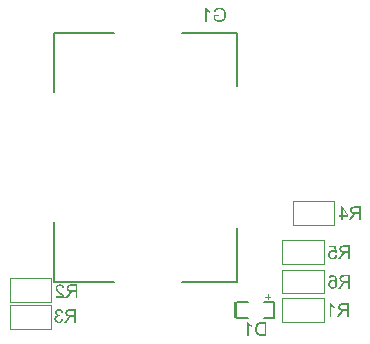
<source format=gbo>
G04 Layer_Color=32896*
%FSLAX25Y25*%
%MOIN*%
G70*
G01*
G75*
%ADD39C,0.00500*%
%ADD41C,0.00492*%
%ADD43C,0.00394*%
%ADD69R,0.01000X0.05512*%
G36*
X29134Y22835D02*
X28530D01*
Y24849D01*
X27756D01*
X27684Y24842D01*
X27632D01*
X27586Y24836D01*
X27553Y24829D01*
X27527D01*
X27514Y24822D01*
X27507D01*
X27402Y24790D01*
X27356Y24770D01*
X27317Y24750D01*
X27277Y24731D01*
X27251Y24717D01*
X27238Y24711D01*
X27231Y24704D01*
X27179Y24665D01*
X27127Y24619D01*
X27028Y24521D01*
X26982Y24475D01*
X26949Y24435D01*
X26930Y24409D01*
X26923Y24403D01*
X26858Y24311D01*
X26785Y24212D01*
X26713Y24107D01*
X26641Y24009D01*
X26582Y23917D01*
X26536Y23845D01*
X26516Y23819D01*
X26503Y23799D01*
X26490Y23786D01*
Y23779D01*
X25893Y22835D01*
X25145D01*
X25926Y24068D01*
X26018Y24199D01*
X26103Y24317D01*
X26188Y24416D01*
X26261Y24508D01*
X26326Y24573D01*
X26379Y24625D01*
X26412Y24658D01*
X26425Y24671D01*
X26477Y24711D01*
X26536Y24757D01*
X26654Y24829D01*
X26707Y24855D01*
X26746Y24881D01*
X26772Y24894D01*
X26785Y24901D01*
X26667Y24921D01*
X26556Y24940D01*
X26457Y24973D01*
X26359Y24999D01*
X26274Y25032D01*
X26195Y25072D01*
X26123Y25104D01*
X26057Y25137D01*
X26005Y25177D01*
X25952Y25209D01*
X25913Y25236D01*
X25880Y25262D01*
X25854Y25282D01*
X25834Y25301D01*
X25828Y25308D01*
X25821Y25314D01*
X25769Y25380D01*
X25716Y25446D01*
X25637Y25583D01*
X25585Y25721D01*
X25545Y25852D01*
X25519Y25964D01*
X25513Y26010D01*
Y26056D01*
X25506Y26088D01*
Y26115D01*
Y26128D01*
Y26134D01*
X25513Y26272D01*
X25532Y26397D01*
X25565Y26515D01*
X25598Y26613D01*
X25637Y26698D01*
X25664Y26764D01*
X25690Y26803D01*
X25696Y26810D01*
Y26817D01*
X25775Y26921D01*
X25854Y27013D01*
X25939Y27092D01*
X26018Y27151D01*
X26090Y27197D01*
X26149Y27223D01*
X26188Y27243D01*
X26195Y27250D01*
X26202D01*
X26261Y27269D01*
X26333Y27289D01*
X26477Y27322D01*
X26634Y27341D01*
X26779Y27361D01*
X26917Y27368D01*
X26976D01*
X27028Y27374D01*
X29134D01*
Y22835D01*
D02*
G37*
G36*
X114654Y38805D02*
X114778Y38791D01*
X114896Y38765D01*
X115008Y38732D01*
X115106Y38686D01*
X115205Y38647D01*
X115290Y38595D01*
X115369Y38549D01*
X115434Y38503D01*
X115500Y38450D01*
X115552Y38411D01*
X115592Y38372D01*
X115625Y38332D01*
X115651Y38306D01*
X115664Y38293D01*
X115671Y38286D01*
X115756Y38168D01*
X115828Y38030D01*
X115894Y37886D01*
X115953Y37735D01*
X115998Y37578D01*
X116038Y37420D01*
X116071Y37257D01*
X116097Y37106D01*
X116117Y36955D01*
X116130Y36817D01*
X116143Y36692D01*
X116149Y36587D01*
Y36496D01*
X116156Y36430D01*
Y36404D01*
Y36384D01*
Y36377D01*
Y36371D01*
X116149Y36161D01*
X116136Y35964D01*
X116117Y35781D01*
X116084Y35610D01*
X116051Y35459D01*
X116018Y35321D01*
X115979Y35197D01*
X115933Y35085D01*
X115894Y34993D01*
X115854Y34908D01*
X115821Y34842D01*
X115782Y34783D01*
X115756Y34737D01*
X115736Y34711D01*
X115723Y34692D01*
X115716Y34685D01*
X115631Y34593D01*
X115539Y34514D01*
X115447Y34449D01*
X115356Y34390D01*
X115257Y34337D01*
X115165Y34298D01*
X115074Y34265D01*
X114982Y34239D01*
X114903Y34219D01*
X114824Y34200D01*
X114759Y34186D01*
X114700Y34180D01*
X114647D01*
X114614Y34173D01*
X114582D01*
X114431Y34180D01*
X114293Y34206D01*
X114168Y34232D01*
X114057Y34272D01*
X113971Y34304D01*
X113906Y34337D01*
X113880Y34344D01*
X113860Y34357D01*
X113853Y34363D01*
X113847D01*
X113735Y34442D01*
X113630Y34534D01*
X113545Y34626D01*
X113473Y34718D01*
X113414Y34803D01*
X113374Y34869D01*
X113361Y34895D01*
X113348Y34914D01*
X113342Y34921D01*
Y34928D01*
X113276Y35065D01*
X113230Y35210D01*
X113197Y35341D01*
X113178Y35466D01*
X113158Y35570D01*
Y35610D01*
X113152Y35649D01*
Y35682D01*
Y35702D01*
Y35715D01*
Y35721D01*
X113158Y35840D01*
X113171Y35951D01*
X113191Y36062D01*
X113210Y36161D01*
X113243Y36253D01*
X113276Y36345D01*
X113309Y36423D01*
X113348Y36496D01*
X113388Y36561D01*
X113420Y36620D01*
X113453Y36666D01*
X113486Y36712D01*
X113506Y36745D01*
X113525Y36764D01*
X113539Y36778D01*
X113545Y36784D01*
X113617Y36856D01*
X113696Y36922D01*
X113781Y36974D01*
X113860Y37020D01*
X113939Y37066D01*
X114017Y37099D01*
X114168Y37145D01*
X114234Y37165D01*
X114299Y37178D01*
X114352Y37184D01*
X114404Y37191D01*
X114444Y37197D01*
X114496D01*
X114614Y37191D01*
X114726Y37171D01*
X114831Y37152D01*
X114923Y37125D01*
X115001Y37093D01*
X115060Y37073D01*
X115100Y37053D01*
X115106Y37047D01*
X115113D01*
X115218Y36981D01*
X115310Y36909D01*
X115395Y36837D01*
X115461Y36758D01*
X115520Y36692D01*
X115566Y36640D01*
X115592Y36601D01*
X115598Y36594D01*
Y36712D01*
X115592Y36830D01*
X115585Y36935D01*
X115572Y37040D01*
X115566Y37132D01*
X115552Y37217D01*
X115539Y37296D01*
X115520Y37368D01*
X115506Y37434D01*
X115493Y37486D01*
X115480Y37532D01*
X115474Y37571D01*
X115461Y37598D01*
X115454Y37617D01*
X115447Y37630D01*
Y37637D01*
X115382Y37768D01*
X115316Y37886D01*
X115244Y37978D01*
X115179Y38057D01*
X115120Y38122D01*
X115074Y38168D01*
X115041Y38195D01*
X115028Y38201D01*
X114949Y38254D01*
X114870Y38286D01*
X114792Y38313D01*
X114713Y38332D01*
X114654Y38345D01*
X114601Y38352D01*
X114555D01*
X114437Y38339D01*
X114326Y38313D01*
X114234Y38273D01*
X114149Y38234D01*
X114083Y38188D01*
X114037Y38149D01*
X114011Y38122D01*
X113998Y38109D01*
X113952Y38050D01*
X113906Y37978D01*
X113866Y37899D01*
X113840Y37821D01*
X113814Y37749D01*
X113794Y37689D01*
X113788Y37650D01*
X113781Y37644D01*
Y37637D01*
X113224Y37683D01*
X113263Y37867D01*
X113322Y38030D01*
X113388Y38175D01*
X113460Y38293D01*
X113532Y38385D01*
X113558Y38424D01*
X113591Y38457D01*
X113611Y38477D01*
X113630Y38496D01*
X113637Y38503D01*
X113644Y38509D01*
X113709Y38562D01*
X113781Y38608D01*
X113926Y38686D01*
X114070Y38739D01*
X114208Y38772D01*
X114332Y38798D01*
X114385Y38805D01*
X114431D01*
X114470Y38811D01*
X114523D01*
X114654Y38805D01*
D02*
G37*
G36*
X29528Y31102D02*
X28924D01*
Y33116D01*
X28150D01*
X28078Y33110D01*
X28025D01*
X27979Y33103D01*
X27947Y33097D01*
X27920D01*
X27907Y33090D01*
X27901D01*
X27796Y33057D01*
X27750Y33038D01*
X27710Y33018D01*
X27671Y32998D01*
X27645Y32985D01*
X27632Y32978D01*
X27625Y32972D01*
X27573Y32933D01*
X27520Y32887D01*
X27422Y32788D01*
X27376Y32742D01*
X27343Y32703D01*
X27323Y32677D01*
X27317Y32670D01*
X27251Y32578D01*
X27179Y32480D01*
X27107Y32375D01*
X27035Y32277D01*
X26976Y32185D01*
X26930Y32113D01*
X26910Y32086D01*
X26897Y32067D01*
X26884Y32054D01*
Y32047D01*
X26287Y31102D01*
X25539D01*
X26320Y32336D01*
X26412Y32467D01*
X26497Y32585D01*
X26582Y32683D01*
X26654Y32775D01*
X26720Y32841D01*
X26772Y32893D01*
X26805Y32926D01*
X26818Y32939D01*
X26871Y32978D01*
X26930Y33024D01*
X27048Y33097D01*
X27100Y33123D01*
X27140Y33149D01*
X27166Y33162D01*
X27179Y33169D01*
X27061Y33188D01*
X26950Y33208D01*
X26851Y33241D01*
X26753Y33267D01*
X26667Y33300D01*
X26589Y33339D01*
X26517Y33372D01*
X26451Y33405D01*
X26398Y33444D01*
X26346Y33477D01*
X26307Y33503D01*
X26274Y33530D01*
X26248Y33549D01*
X26228Y33569D01*
X26221Y33575D01*
X26215Y33582D01*
X26162Y33648D01*
X26110Y33713D01*
X26031Y33851D01*
X25979Y33989D01*
X25939Y34120D01*
X25913Y34231D01*
X25906Y34277D01*
Y34323D01*
X25900Y34356D01*
Y34382D01*
Y34396D01*
Y34402D01*
X25906Y34540D01*
X25926Y34664D01*
X25959Y34782D01*
X25992Y34881D01*
X26031Y34966D01*
X26057Y35032D01*
X26084Y35071D01*
X26090Y35078D01*
Y35084D01*
X26169Y35189D01*
X26248Y35281D01*
X26333Y35360D01*
X26412Y35419D01*
X26484Y35465D01*
X26543Y35491D01*
X26582Y35511D01*
X26589Y35517D01*
X26595D01*
X26654Y35537D01*
X26726Y35557D01*
X26871Y35589D01*
X27028Y35609D01*
X27172Y35629D01*
X27310Y35635D01*
X27369D01*
X27422Y35642D01*
X29528D01*
Y31102D01*
D02*
G37*
G36*
X23558Y27381D02*
X23735Y27348D01*
X23886Y27295D01*
X24017Y27243D01*
X24076Y27210D01*
X24122Y27184D01*
X24168Y27158D01*
X24201Y27132D01*
X24227Y27112D01*
X24247Y27099D01*
X24260Y27092D01*
X24266Y27086D01*
X24391Y26961D01*
X24489Y26823D01*
X24568Y26679D01*
X24634Y26535D01*
X24673Y26410D01*
X24693Y26357D01*
X24706Y26311D01*
X24712Y26272D01*
X24719Y26246D01*
X24725Y26226D01*
Y26220D01*
X24168Y26121D01*
X24142Y26265D01*
X24102Y26390D01*
X24056Y26495D01*
X24011Y26580D01*
X23965Y26646D01*
X23925Y26692D01*
X23899Y26725D01*
X23892Y26731D01*
X23807Y26797D01*
X23715Y26849D01*
X23630Y26882D01*
X23545Y26908D01*
X23466Y26921D01*
X23407Y26935D01*
X23355D01*
X23236Y26928D01*
X23132Y26902D01*
X23040Y26869D01*
X22961Y26836D01*
X22902Y26797D01*
X22856Y26764D01*
X22823Y26738D01*
X22817Y26731D01*
X22744Y26653D01*
X22692Y26567D01*
X22659Y26482D01*
X22633Y26403D01*
X22620Y26331D01*
X22607Y26279D01*
Y26239D01*
Y26233D01*
Y26226D01*
Y26154D01*
X22620Y26088D01*
X22653Y25977D01*
X22698Y25879D01*
X22751Y25793D01*
X22804Y25734D01*
X22849Y25688D01*
X22882Y25662D01*
X22889Y25655D01*
X22895D01*
X23007Y25596D01*
X23112Y25550D01*
X23223Y25518D01*
X23322Y25498D01*
X23407Y25485D01*
X23479Y25472D01*
X23564D01*
X23591Y25478D01*
X23623D01*
X23689Y24986D01*
X23604Y25006D01*
X23525Y25019D01*
X23460Y25032D01*
X23400Y25039D01*
X23355Y25045D01*
X23295D01*
X23158Y25032D01*
X23033Y25006D01*
X22921Y24967D01*
X22830Y24921D01*
X22758Y24875D01*
X22705Y24836D01*
X22672Y24809D01*
X22659Y24796D01*
X22574Y24698D01*
X22508Y24593D01*
X22462Y24488D01*
X22436Y24383D01*
X22416Y24297D01*
X22410Y24225D01*
X22403Y24199D01*
Y24179D01*
Y24166D01*
Y24160D01*
X22416Y24015D01*
X22449Y23884D01*
X22489Y23773D01*
X22541Y23674D01*
X22593Y23596D01*
X22633Y23537D01*
X22666Y23497D01*
X22679Y23484D01*
X22784Y23392D01*
X22895Y23327D01*
X23007Y23281D01*
X23112Y23248D01*
X23204Y23228D01*
X23276Y23222D01*
X23302Y23215D01*
X23341D01*
X23460Y23222D01*
X23571Y23248D01*
X23669Y23281D01*
X23748Y23320D01*
X23814Y23353D01*
X23866Y23386D01*
X23892Y23412D01*
X23905Y23418D01*
X23984Y23510D01*
X24050Y23615D01*
X24109Y23727D01*
X24155Y23845D01*
X24188Y23943D01*
X24201Y23989D01*
X24207Y24029D01*
X24214Y24061D01*
X24220Y24088D01*
X24227Y24101D01*
Y24107D01*
X24785Y24035D01*
X24771Y23930D01*
X24752Y23832D01*
X24693Y23648D01*
X24621Y23491D01*
X24581Y23425D01*
X24542Y23359D01*
X24502Y23300D01*
X24463Y23255D01*
X24430Y23209D01*
X24397Y23176D01*
X24378Y23149D01*
X24358Y23130D01*
X24345Y23117D01*
X24339Y23110D01*
X24260Y23051D01*
X24181Y22992D01*
X24102Y22946D01*
X24017Y22907D01*
X23853Y22841D01*
X23696Y22802D01*
X23623Y22789D01*
X23558Y22776D01*
X23499Y22769D01*
X23446Y22762D01*
X23407Y22756D01*
X23348D01*
X23223Y22762D01*
X23112Y22776D01*
X23000Y22795D01*
X22895Y22821D01*
X22797Y22854D01*
X22712Y22887D01*
X22626Y22927D01*
X22554Y22966D01*
X22482Y22999D01*
X22423Y23038D01*
X22370Y23071D01*
X22331Y23104D01*
X22298Y23130D01*
X22272Y23149D01*
X22259Y23163D01*
X22252Y23169D01*
X22174Y23248D01*
X22108Y23333D01*
X22049Y23418D01*
X21997Y23504D01*
X21957Y23583D01*
X21918Y23668D01*
X21865Y23825D01*
X21852Y23897D01*
X21839Y23963D01*
X21826Y24022D01*
X21820Y24074D01*
X21813Y24114D01*
Y24147D01*
Y24166D01*
Y24173D01*
X21820Y24330D01*
X21846Y24475D01*
X21885Y24599D01*
X21924Y24704D01*
X21964Y24790D01*
X22003Y24855D01*
X22029Y24894D01*
X22036Y24908D01*
X22128Y25006D01*
X22226Y25091D01*
X22331Y25157D01*
X22436Y25209D01*
X22528Y25249D01*
X22600Y25275D01*
X22626Y25282D01*
X22646Y25288D01*
X22659Y25295D01*
X22666D01*
X22554Y25354D01*
X22462Y25413D01*
X22384Y25478D01*
X22318Y25537D01*
X22265Y25590D01*
X22226Y25636D01*
X22207Y25662D01*
X22200Y25675D01*
X22148Y25767D01*
X22108Y25859D01*
X22075Y25951D01*
X22056Y26036D01*
X22042Y26108D01*
X22036Y26161D01*
Y26200D01*
Y26213D01*
X22042Y26325D01*
X22062Y26436D01*
X22088Y26535D01*
X22121Y26620D01*
X22154Y26692D01*
X22180Y26751D01*
X22200Y26784D01*
X22207Y26797D01*
X22272Y26895D01*
X22351Y26981D01*
X22430Y27053D01*
X22508Y27118D01*
X22574Y27164D01*
X22633Y27204D01*
X22672Y27223D01*
X22679Y27230D01*
X22685D01*
X22804Y27282D01*
X22921Y27322D01*
X23040Y27354D01*
X23145Y27374D01*
X23230Y27387D01*
X23302Y27394D01*
X23466D01*
X23558Y27381D01*
D02*
G37*
G36*
X116031Y46240D02*
X115506Y46167D01*
X115461Y46240D01*
X115402Y46299D01*
X115349Y46358D01*
X115297Y46404D01*
X115244Y46436D01*
X115205Y46469D01*
X115179Y46482D01*
X115172Y46489D01*
X115087Y46528D01*
X115001Y46561D01*
X114923Y46581D01*
X114844Y46600D01*
X114778Y46607D01*
X114726Y46613D01*
X114601D01*
X114523Y46600D01*
X114385Y46568D01*
X114267Y46522D01*
X114162Y46476D01*
X114083Y46423D01*
X114024Y46377D01*
X113991Y46345D01*
X113978Y46338D01*
Y46332D01*
X113886Y46220D01*
X113821Y46102D01*
X113775Y45977D01*
X113742Y45853D01*
X113722Y45748D01*
X113716Y45702D01*
Y45662D01*
X113709Y45630D01*
Y45603D01*
Y45590D01*
Y45584D01*
Y45492D01*
X113722Y45406D01*
X113755Y45243D01*
X113801Y45105D01*
X113847Y44993D01*
X113899Y44901D01*
X113945Y44829D01*
X113965Y44809D01*
X113978Y44790D01*
X113985Y44783D01*
X113991Y44777D01*
X114044Y44724D01*
X114096Y44678D01*
X114214Y44600D01*
X114326Y44547D01*
X114437Y44514D01*
X114529Y44488D01*
X114608Y44482D01*
X114634Y44475D01*
X114673D01*
X114798Y44482D01*
X114910Y44508D01*
X115008Y44541D01*
X115087Y44580D01*
X115159Y44619D01*
X115211Y44652D01*
X115238Y44678D01*
X115251Y44685D01*
X115329Y44777D01*
X115395Y44875D01*
X115447Y44987D01*
X115487Y45085D01*
X115513Y45183D01*
X115533Y45256D01*
X115539Y45288D01*
X115546Y45308D01*
Y45321D01*
Y45328D01*
X116130Y45282D01*
X116117Y45177D01*
X116097Y45079D01*
X116038Y44895D01*
X115966Y44737D01*
X115926Y44665D01*
X115887Y44606D01*
X115854Y44547D01*
X115815Y44495D01*
X115782Y44455D01*
X115749Y44423D01*
X115723Y44396D01*
X115710Y44370D01*
X115697Y44363D01*
X115690Y44357D01*
X115612Y44298D01*
X115533Y44245D01*
X115447Y44199D01*
X115362Y44160D01*
X115198Y44101D01*
X115034Y44062D01*
X114962Y44042D01*
X114890Y44035D01*
X114831Y44029D01*
X114778Y44022D01*
X114732Y44016D01*
X114673D01*
X114536Y44022D01*
X114404Y44042D01*
X114280Y44068D01*
X114168Y44101D01*
X114063Y44147D01*
X113965Y44193D01*
X113873Y44239D01*
X113794Y44291D01*
X113722Y44344D01*
X113657Y44390D01*
X113604Y44442D01*
X113558Y44482D01*
X113525Y44514D01*
X113499Y44541D01*
X113486Y44560D01*
X113479Y44567D01*
X113414Y44652D01*
X113361Y44744D01*
X113309Y44829D01*
X113270Y44921D01*
X113204Y45098D01*
X113165Y45269D01*
X113152Y45341D01*
X113138Y45413D01*
X113132Y45472D01*
X113125Y45525D01*
X113119Y45570D01*
Y45603D01*
Y45623D01*
Y45630D01*
X113125Y45748D01*
X113138Y45859D01*
X113158Y45971D01*
X113184Y46069D01*
X113217Y46161D01*
X113250Y46253D01*
X113289Y46332D01*
X113322Y46404D01*
X113361Y46469D01*
X113401Y46528D01*
X113434Y46574D01*
X113466Y46620D01*
X113493Y46653D01*
X113512Y46673D01*
X113525Y46686D01*
X113532Y46692D01*
X113611Y46764D01*
X113689Y46830D01*
X113775Y46883D01*
X113860Y46928D01*
X113945Y46974D01*
X114031Y47007D01*
X114188Y47053D01*
X114260Y47073D01*
X114326Y47086D01*
X114385Y47092D01*
X114437Y47099D01*
X114477Y47106D01*
X114621D01*
X114700Y47092D01*
X114857Y47060D01*
X115001Y47014D01*
X115133Y46961D01*
X115238Y46909D01*
X115284Y46883D01*
X115323Y46863D01*
X115356Y46843D01*
X115375Y46830D01*
X115388Y46823D01*
X115395Y46817D01*
X115152Y48044D01*
X113335D01*
Y48575D01*
X115592D01*
X116031Y46240D01*
D02*
G37*
G36*
X120472Y44094D02*
X119869D01*
Y46108D01*
X119095D01*
X119023Y46102D01*
X118970D01*
X118924Y46095D01*
X118892Y46089D01*
X118865D01*
X118852Y46082D01*
X118846D01*
X118741Y46049D01*
X118695Y46030D01*
X118655Y46010D01*
X118616Y45990D01*
X118590Y45977D01*
X118577Y45971D01*
X118570Y45964D01*
X118518Y45925D01*
X118465Y45879D01*
X118367Y45780D01*
X118321Y45735D01*
X118288Y45695D01*
X118268Y45669D01*
X118262Y45662D01*
X118196Y45570D01*
X118124Y45472D01*
X118052Y45367D01*
X117980Y45269D01*
X117921Y45177D01*
X117875Y45105D01*
X117855Y45079D01*
X117842Y45059D01*
X117829Y45046D01*
Y45039D01*
X117232Y44094D01*
X116484D01*
X117265Y45328D01*
X117356Y45459D01*
X117442Y45577D01*
X117527Y45676D01*
X117599Y45767D01*
X117665Y45833D01*
X117717Y45885D01*
X117750Y45918D01*
X117763Y45931D01*
X117816Y45971D01*
X117875Y46017D01*
X117993Y46089D01*
X118045Y46115D01*
X118085Y46141D01*
X118111Y46154D01*
X118124Y46161D01*
X118006Y46181D01*
X117894Y46200D01*
X117796Y46233D01*
X117698Y46259D01*
X117612Y46292D01*
X117534Y46332D01*
X117461Y46364D01*
X117396Y46397D01*
X117343Y46436D01*
X117291Y46469D01*
X117252Y46495D01*
X117219Y46522D01*
X117192Y46541D01*
X117173Y46561D01*
X117166Y46568D01*
X117160Y46574D01*
X117107Y46640D01*
X117055Y46705D01*
X116976Y46843D01*
X116923Y46981D01*
X116884Y47112D01*
X116858Y47224D01*
X116851Y47269D01*
Y47315D01*
X116845Y47348D01*
Y47374D01*
Y47388D01*
Y47394D01*
X116851Y47532D01*
X116871Y47657D01*
X116904Y47775D01*
X116937Y47873D01*
X116976Y47958D01*
X117002Y48024D01*
X117028Y48063D01*
X117035Y48070D01*
Y48076D01*
X117114Y48181D01*
X117192Y48273D01*
X117278Y48352D01*
X117356Y48411D01*
X117429Y48457D01*
X117488Y48483D01*
X117527Y48503D01*
X117534Y48509D01*
X117540D01*
X117599Y48529D01*
X117671Y48549D01*
X117816Y48581D01*
X117973Y48601D01*
X118117Y48621D01*
X118255Y48627D01*
X118314D01*
X118367Y48634D01*
X120472D01*
Y44094D01*
D02*
G37*
G36*
X124016Y57087D02*
X123412D01*
Y59101D01*
X122638D01*
X122566Y59094D01*
X122513D01*
X122468Y59087D01*
X122435Y59081D01*
X122408D01*
X122395Y59074D01*
X122389D01*
X122284Y59042D01*
X122238Y59022D01*
X122199Y59002D01*
X122159Y58982D01*
X122133Y58969D01*
X122120Y58963D01*
X122113Y58956D01*
X122061Y58917D01*
X122008Y58871D01*
X121910Y58772D01*
X121864Y58727D01*
X121831Y58687D01*
X121812Y58661D01*
X121805Y58654D01*
X121739Y58563D01*
X121667Y58464D01*
X121595Y58359D01*
X121523Y58261D01*
X121464Y58169D01*
X121418Y58097D01*
X121398Y58071D01*
X121385Y58051D01*
X121372Y58038D01*
Y58031D01*
X120775Y57087D01*
X120027D01*
X120808Y58320D01*
X120900Y58451D01*
X120985Y58569D01*
X121070Y58668D01*
X121142Y58759D01*
X121208Y58825D01*
X121260Y58877D01*
X121293Y58910D01*
X121307Y58923D01*
X121359Y58963D01*
X121418Y59009D01*
X121536Y59081D01*
X121589Y59107D01*
X121628Y59133D01*
X121654Y59146D01*
X121667Y59153D01*
X121549Y59173D01*
X121438Y59192D01*
X121339Y59225D01*
X121241Y59251D01*
X121156Y59284D01*
X121077Y59324D01*
X121005Y59356D01*
X120939Y59389D01*
X120887Y59429D01*
X120834Y59461D01*
X120795Y59488D01*
X120762Y59514D01*
X120736Y59534D01*
X120716Y59553D01*
X120710Y59560D01*
X120703Y59566D01*
X120650Y59632D01*
X120598Y59698D01*
X120519Y59835D01*
X120467Y59973D01*
X120427Y60104D01*
X120401Y60216D01*
X120395Y60262D01*
Y60308D01*
X120388Y60340D01*
Y60367D01*
Y60380D01*
Y60386D01*
X120395Y60524D01*
X120414Y60649D01*
X120447Y60767D01*
X120480Y60865D01*
X120519Y60950D01*
X120545Y61016D01*
X120572Y61055D01*
X120578Y61062D01*
Y61068D01*
X120657Y61173D01*
X120736Y61265D01*
X120821Y61344D01*
X120900Y61403D01*
X120972Y61449D01*
X121031Y61475D01*
X121070Y61495D01*
X121077Y61501D01*
X121083D01*
X121142Y61521D01*
X121215Y61541D01*
X121359Y61574D01*
X121516Y61593D01*
X121661Y61613D01*
X121799Y61620D01*
X121858D01*
X121910Y61626D01*
X124016D01*
Y57087D01*
D02*
G37*
G36*
X119863Y58687D02*
Y58176D01*
X117889D01*
Y57087D01*
X117331D01*
Y58176D01*
X116715D01*
Y58687D01*
X117331D01*
Y61626D01*
X117784D01*
X119863Y58687D01*
D02*
G37*
G36*
X92520Y18504D02*
X90886D01*
X90735Y18510D01*
X90598Y18517D01*
X90473Y18530D01*
X90368Y18543D01*
X90276Y18556D01*
X90211Y18563D01*
X90191Y18570D01*
X90171Y18576D01*
X90158D01*
X90040Y18609D01*
X89935Y18648D01*
X89843Y18681D01*
X89764Y18720D01*
X89699Y18753D01*
X89653Y18779D01*
X89627Y18799D01*
X89614Y18806D01*
X89528Y18865D01*
X89456Y18937D01*
X89384Y19003D01*
X89325Y19068D01*
X89272Y19127D01*
X89233Y19173D01*
X89207Y19206D01*
X89200Y19219D01*
X89135Y19324D01*
X89069Y19435D01*
X89017Y19540D01*
X88977Y19645D01*
X88938Y19737D01*
X88912Y19809D01*
X88905Y19836D01*
X88899Y19855D01*
X88892Y19868D01*
Y19875D01*
X88853Y20032D01*
X88820Y20190D01*
X88800Y20341D01*
X88780Y20485D01*
X88774Y20610D01*
Y20662D01*
X88767Y20708D01*
Y20741D01*
Y20774D01*
Y20787D01*
Y20793D01*
X88774Y21016D01*
X88794Y21220D01*
X88826Y21404D01*
X88840Y21489D01*
X88859Y21561D01*
X88879Y21633D01*
X88892Y21692D01*
X88905Y21745D01*
X88925Y21790D01*
X88931Y21830D01*
X88945Y21856D01*
X88951Y21869D01*
Y21876D01*
X89023Y22046D01*
X89109Y22197D01*
X89200Y22328D01*
X89286Y22440D01*
X89364Y22532D01*
X89430Y22597D01*
X89456Y22617D01*
X89476Y22637D01*
X89482Y22643D01*
X89489Y22650D01*
X89594Y22735D01*
X89705Y22801D01*
X89817Y22860D01*
X89922Y22906D01*
X90014Y22939D01*
X90086Y22958D01*
X90112Y22971D01*
X90132D01*
X90145Y22978D01*
X90152D01*
X90263Y22998D01*
X90394Y23017D01*
X90526Y23030D01*
X90657Y23037D01*
X90775Y23043D01*
X92520D01*
Y18504D01*
D02*
G37*
G36*
X114063Y29251D02*
X114135Y29146D01*
X114221Y29041D01*
X114299Y28949D01*
X114378Y28870D01*
X114437Y28805D01*
X114463Y28785D01*
X114483Y28765D01*
X114490Y28759D01*
X114496Y28752D01*
X114634Y28641D01*
X114772Y28536D01*
X114903Y28444D01*
X115034Y28372D01*
X115146Y28306D01*
X115191Y28280D01*
X115231Y28260D01*
X115264Y28241D01*
X115290Y28234D01*
X115303Y28221D01*
X115310D01*
Y27683D01*
X115211Y27722D01*
X115113Y27768D01*
X115014Y27814D01*
X114923Y27860D01*
X114844Y27900D01*
X114778Y27932D01*
X114739Y27959D01*
X114732Y27965D01*
X114726D01*
X114608Y28037D01*
X114503Y28109D01*
X114411Y28175D01*
X114339Y28234D01*
X114273Y28280D01*
X114234Y28319D01*
X114201Y28346D01*
X114194Y28352D01*
Y24803D01*
X113637D01*
Y29362D01*
X113998D01*
X114063Y29251D01*
D02*
G37*
G36*
X86498Y22952D02*
X86570Y22847D01*
X86655Y22742D01*
X86734Y22650D01*
X86813Y22571D01*
X86871Y22505D01*
X86898Y22486D01*
X86917Y22466D01*
X86924Y22460D01*
X86931Y22453D01*
X87068Y22342D01*
X87206Y22237D01*
X87337Y22145D01*
X87468Y22073D01*
X87580Y22007D01*
X87626Y21981D01*
X87665Y21961D01*
X87698Y21941D01*
X87724Y21935D01*
X87738Y21922D01*
X87744D01*
Y21384D01*
X87646Y21423D01*
X87547Y21469D01*
X87449Y21515D01*
X87357Y21561D01*
X87278Y21600D01*
X87213Y21633D01*
X87173Y21659D01*
X87167Y21666D01*
X87160D01*
X87042Y21738D01*
X86937Y21810D01*
X86845Y21876D01*
X86773Y21935D01*
X86708Y21981D01*
X86668Y22020D01*
X86635Y22046D01*
X86629Y22053D01*
Y18504D01*
X86071D01*
Y23063D01*
X86432D01*
X86498Y22952D01*
D02*
G37*
G36*
X77107Y127833D02*
X77336Y127801D01*
X77441Y127781D01*
X77540Y127755D01*
X77632Y127735D01*
X77717Y127709D01*
X77796Y127683D01*
X77861Y127656D01*
X77920Y127630D01*
X77973Y127610D01*
X78012Y127591D01*
X78038Y127578D01*
X78058Y127571D01*
X78065Y127565D01*
X78156Y127506D01*
X78248Y127446D01*
X78406Y127309D01*
X78544Y127171D01*
X78655Y127027D01*
X78747Y126902D01*
X78780Y126849D01*
X78806Y126797D01*
X78832Y126758D01*
X78845Y126731D01*
X78852Y126712D01*
X78858Y126705D01*
X78950Y126489D01*
X79016Y126272D01*
X79068Y126062D01*
X79081Y125964D01*
X79101Y125872D01*
X79108Y125787D01*
X79121Y125715D01*
X79127Y125642D01*
Y125583D01*
X79134Y125538D01*
Y125505D01*
Y125478D01*
Y125472D01*
X79121Y125229D01*
X79088Y124999D01*
X79068Y124895D01*
X79049Y124796D01*
X79022Y124698D01*
X78996Y124612D01*
X78970Y124534D01*
X78944Y124468D01*
X78924Y124403D01*
X78904Y124357D01*
X78885Y124311D01*
X78872Y124285D01*
X78858Y124265D01*
Y124258D01*
X78740Y124068D01*
X78609Y123904D01*
X78471Y123760D01*
X78340Y123642D01*
X78215Y123550D01*
X78170Y123517D01*
X78124Y123484D01*
X78084Y123465D01*
X78058Y123445D01*
X78038Y123438D01*
X78032Y123432D01*
X77927Y123379D01*
X77822Y123340D01*
X77612Y123268D01*
X77409Y123222D01*
X77218Y123182D01*
X77133Y123176D01*
X77054Y123163D01*
X76982Y123156D01*
X76923D01*
X76877Y123150D01*
X76812D01*
X76628Y123156D01*
X76451Y123176D01*
X76287Y123209D01*
X76143Y123241D01*
X76083Y123255D01*
X76024Y123268D01*
X75972Y123287D01*
X75926Y123301D01*
X75893Y123314D01*
X75867Y123320D01*
X75854Y123327D01*
X75847D01*
X75670Y123399D01*
X75506Y123484D01*
X75349Y123576D01*
X75211Y123661D01*
X75152Y123701D01*
X75093Y123740D01*
X75047Y123773D01*
X75008Y123799D01*
X74975Y123825D01*
X74949Y123845D01*
X74936Y123852D01*
X74929Y123858D01*
Y125544D01*
X76858D01*
Y125006D01*
X75519D01*
Y124153D01*
X75598Y124088D01*
X75690Y124029D01*
X75788Y123976D01*
X75880Y123930D01*
X75959Y123891D01*
X76031Y123858D01*
X76057Y123845D01*
X76070Y123838D01*
X76083Y123832D01*
X76090D01*
X76228Y123786D01*
X76366Y123747D01*
X76490Y123720D01*
X76608Y123707D01*
X76707Y123694D01*
X76746D01*
X76785Y123688D01*
X76851D01*
X77015Y123694D01*
X77172Y123720D01*
X77317Y123753D01*
X77448Y123786D01*
X77553Y123825D01*
X77599Y123838D01*
X77632Y123852D01*
X77664Y123865D01*
X77684Y123878D01*
X77697Y123884D01*
X77704D01*
X77842Y123970D01*
X77966Y124062D01*
X78071Y124160D01*
X78156Y124258D01*
X78229Y124350D01*
X78275Y124422D01*
X78294Y124449D01*
X78301Y124468D01*
X78314Y124481D01*
Y124488D01*
X78379Y124652D01*
X78432Y124822D01*
X78465Y124993D01*
X78491Y125157D01*
X78497Y125229D01*
X78504Y125295D01*
X78511Y125360D01*
Y125413D01*
X78517Y125452D01*
Y125485D01*
Y125505D01*
Y125511D01*
X78511Y125695D01*
X78491Y125859D01*
X78465Y126016D01*
X78432Y126154D01*
X78419Y126213D01*
X78399Y126266D01*
X78386Y126312D01*
X78373Y126351D01*
X78360Y126384D01*
X78353Y126403D01*
X78347Y126417D01*
Y126423D01*
X78301Y126515D01*
X78255Y126600D01*
X78209Y126679D01*
X78163Y126744D01*
X78124Y126797D01*
X78091Y126843D01*
X78065Y126869D01*
X78058Y126876D01*
X77986Y126948D01*
X77907Y127014D01*
X77822Y127066D01*
X77743Y127118D01*
X77678Y127151D01*
X77625Y127184D01*
X77586Y127197D01*
X77573Y127204D01*
X77455Y127250D01*
X77336Y127282D01*
X77212Y127302D01*
X77100Y127322D01*
X77002Y127328D01*
X76963D01*
X76930Y127335D01*
X76858D01*
X76733Y127328D01*
X76615Y127315D01*
X76510Y127296D01*
X76418Y127276D01*
X76339Y127250D01*
X76280Y127230D01*
X76248Y127217D01*
X76234Y127210D01*
X76136Y127164D01*
X76051Y127112D01*
X75972Y127059D01*
X75913Y127007D01*
X75867Y126961D01*
X75828Y126928D01*
X75808Y126902D01*
X75801Y126895D01*
X75742Y126817D01*
X75696Y126725D01*
X75651Y126640D01*
X75611Y126548D01*
X75585Y126469D01*
X75565Y126410D01*
X75559Y126384D01*
X75552Y126364D01*
X75546Y126357D01*
Y126351D01*
X75001Y126495D01*
X75047Y126659D01*
X75106Y126804D01*
X75165Y126935D01*
X75217Y127040D01*
X75270Y127125D01*
X75309Y127184D01*
X75336Y127223D01*
X75349Y127236D01*
X75441Y127341D01*
X75539Y127427D01*
X75644Y127506D01*
X75742Y127571D01*
X75834Y127617D01*
X75906Y127656D01*
X75933Y127670D01*
X75952Y127676D01*
X75965Y127683D01*
X75972D01*
X76123Y127735D01*
X76280Y127774D01*
X76425Y127807D01*
X76562Y127827D01*
X76687Y127840D01*
X76740D01*
X76779Y127847D01*
X76989D01*
X77107Y127833D01*
D02*
G37*
G36*
X72600Y127676D02*
X72672Y127571D01*
X72758Y127466D01*
X72836Y127374D01*
X72915Y127296D01*
X72974Y127230D01*
X73000Y127210D01*
X73020Y127191D01*
X73027Y127184D01*
X73033Y127178D01*
X73171Y127066D01*
X73309Y126961D01*
X73440Y126869D01*
X73571Y126797D01*
X73682Y126731D01*
X73728Y126705D01*
X73768Y126686D01*
X73801Y126666D01*
X73827Y126659D01*
X73840Y126646D01*
X73847D01*
Y126108D01*
X73748Y126148D01*
X73650Y126193D01*
X73551Y126239D01*
X73460Y126285D01*
X73381Y126325D01*
X73315Y126357D01*
X73276Y126384D01*
X73269Y126390D01*
X73263D01*
X73145Y126462D01*
X73040Y126535D01*
X72948Y126600D01*
X72876Y126659D01*
X72810Y126705D01*
X72771Y126744D01*
X72738Y126771D01*
X72731Y126777D01*
Y123228D01*
X72174D01*
Y127788D01*
X72535D01*
X72600Y127676D01*
D02*
G37*
G36*
X23801Y35655D02*
X23912Y35648D01*
X24017Y35629D01*
X24116Y35609D01*
X24207Y35583D01*
X24293Y35557D01*
X24371Y35524D01*
X24444Y35491D01*
X24509Y35458D01*
X24562Y35425D01*
X24608Y35399D01*
X24647Y35373D01*
X24680Y35353D01*
X24699Y35334D01*
X24712Y35327D01*
X24719Y35320D01*
X24785Y35255D01*
X24844Y35183D01*
X24903Y35104D01*
X24949Y35025D01*
X25027Y34868D01*
X25080Y34710D01*
X25100Y34638D01*
X25119Y34566D01*
X25132Y34507D01*
X25146Y34455D01*
X25152Y34409D01*
Y34376D01*
X25159Y34356D01*
Y34350D01*
X24588Y34291D01*
X24575Y34441D01*
X24548Y34573D01*
X24509Y34691D01*
X24463Y34782D01*
X24424Y34861D01*
X24385Y34914D01*
X24358Y34947D01*
X24345Y34960D01*
X24247Y35038D01*
X24142Y35097D01*
X24030Y35143D01*
X23932Y35170D01*
X23840Y35189D01*
X23761Y35196D01*
X23735Y35202D01*
X23696D01*
X23558Y35196D01*
X23433Y35170D01*
X23328Y35130D01*
X23236Y35091D01*
X23164Y35045D01*
X23118Y35012D01*
X23086Y34986D01*
X23073Y34973D01*
X22994Y34881D01*
X22935Y34789D01*
X22889Y34697D01*
X22863Y34605D01*
X22843Y34533D01*
X22836Y34468D01*
X22830Y34428D01*
Y34422D01*
Y34415D01*
X22843Y34297D01*
X22869Y34172D01*
X22915Y34061D01*
X22961Y33956D01*
X23013Y33871D01*
X23059Y33799D01*
X23073Y33772D01*
X23086Y33753D01*
X23099Y33746D01*
Y33740D01*
X23151Y33667D01*
X23217Y33595D01*
X23289Y33516D01*
X23368Y33438D01*
X23532Y33280D01*
X23696Y33123D01*
X23781Y33051D01*
X23853Y32985D01*
X23925Y32926D01*
X23984Y32874D01*
X24030Y32834D01*
X24070Y32801D01*
X24096Y32782D01*
X24102Y32775D01*
X24266Y32637D01*
X24417Y32506D01*
X24542Y32388D01*
X24640Y32290D01*
X24726Y32204D01*
X24785Y32145D01*
X24817Y32106D01*
X24831Y32100D01*
Y32093D01*
X24922Y31981D01*
X24995Y31876D01*
X25060Y31771D01*
X25113Y31680D01*
X25152Y31601D01*
X25178Y31542D01*
X25191Y31503D01*
X25198Y31496D01*
Y31489D01*
X25224Y31417D01*
X25237Y31352D01*
X25250Y31286D01*
X25257Y31227D01*
X25264Y31174D01*
Y31135D01*
Y31109D01*
Y31102D01*
X22253D01*
Y31640D01*
X24489D01*
X24411Y31752D01*
X24371Y31798D01*
X24339Y31844D01*
X24306Y31883D01*
X24280Y31909D01*
X24260Y31929D01*
X24253Y31936D01*
X24220Y31968D01*
X24181Y32001D01*
X24089Y32086D01*
X23984Y32185D01*
X23873Y32283D01*
X23768Y32368D01*
X23722Y32408D01*
X23683Y32447D01*
X23650Y32473D01*
X23624Y32493D01*
X23610Y32506D01*
X23604Y32513D01*
X23499Y32605D01*
X23394Y32690D01*
X23302Y32775D01*
X23217Y32847D01*
X23138Y32919D01*
X23073Y32985D01*
X23007Y33044D01*
X22954Y33097D01*
X22902Y33149D01*
X22863Y33188D01*
X22830Y33221D01*
X22797Y33254D01*
X22764Y33293D01*
X22751Y33307D01*
X22659Y33418D01*
X22580Y33516D01*
X22515Y33615D01*
X22462Y33694D01*
X22423Y33766D01*
X22397Y33818D01*
X22384Y33851D01*
X22377Y33864D01*
X22338Y33963D01*
X22312Y34061D01*
X22285Y34153D01*
X22272Y34231D01*
X22266Y34304D01*
X22259Y34356D01*
Y34389D01*
Y34402D01*
X22266Y34500D01*
X22279Y34592D01*
X22292Y34684D01*
X22318Y34763D01*
X22384Y34920D01*
X22449Y35045D01*
X22489Y35104D01*
X22522Y35150D01*
X22554Y35196D01*
X22587Y35229D01*
X22613Y35255D01*
X22626Y35281D01*
X22640Y35288D01*
X22646Y35294D01*
X22718Y35360D01*
X22797Y35419D01*
X22882Y35465D01*
X22968Y35504D01*
X23138Y35570D01*
X23309Y35616D01*
X23381Y35629D01*
X23453Y35642D01*
X23519Y35648D01*
X23571Y35655D01*
X23617Y35662D01*
X23683D01*
X23801Y35655D01*
D02*
G37*
G36*
X120079Y24803D02*
X119475D01*
Y26817D01*
X118701D01*
X118629Y26811D01*
X118577D01*
X118531Y26804D01*
X118498Y26797D01*
X118472D01*
X118458Y26791D01*
X118452D01*
X118347Y26758D01*
X118301Y26738D01*
X118262Y26719D01*
X118222Y26699D01*
X118196Y26686D01*
X118183Y26679D01*
X118176Y26673D01*
X118124Y26633D01*
X118071Y26588D01*
X117973Y26489D01*
X117927Y26443D01*
X117894Y26404D01*
X117875Y26378D01*
X117868Y26371D01*
X117802Y26279D01*
X117730Y26181D01*
X117658Y26076D01*
X117586Y25977D01*
X117527Y25886D01*
X117481Y25813D01*
X117461Y25787D01*
X117448Y25767D01*
X117435Y25754D01*
Y25748D01*
X116838Y24803D01*
X116090D01*
X116871Y26036D01*
X116963Y26168D01*
X117048Y26286D01*
X117133Y26384D01*
X117206Y26476D01*
X117271Y26542D01*
X117324Y26594D01*
X117356Y26627D01*
X117369Y26640D01*
X117422Y26679D01*
X117481Y26725D01*
X117599Y26797D01*
X117651Y26824D01*
X117691Y26850D01*
X117717Y26863D01*
X117730Y26869D01*
X117612Y26889D01*
X117501Y26909D01*
X117402Y26942D01*
X117304Y26968D01*
X117219Y27001D01*
X117140Y27040D01*
X117068Y27073D01*
X117002Y27106D01*
X116950Y27145D01*
X116897Y27178D01*
X116858Y27204D01*
X116825Y27230D01*
X116799Y27250D01*
X116779Y27270D01*
X116772Y27276D01*
X116766Y27283D01*
X116714Y27348D01*
X116661Y27414D01*
X116582Y27552D01*
X116530Y27690D01*
X116490Y27821D01*
X116464Y27932D01*
X116458Y27978D01*
Y28024D01*
X116451Y28057D01*
Y28083D01*
Y28096D01*
Y28103D01*
X116458Y28241D01*
X116477Y28365D01*
X116510Y28483D01*
X116543Y28582D01*
X116582Y28667D01*
X116609Y28733D01*
X116635Y28772D01*
X116641Y28778D01*
Y28785D01*
X116720Y28890D01*
X116799Y28982D01*
X116884Y29061D01*
X116963Y29120D01*
X117035Y29166D01*
X117094Y29192D01*
X117133Y29212D01*
X117140Y29218D01*
X117146D01*
X117206Y29238D01*
X117278Y29257D01*
X117422Y29290D01*
X117579Y29310D01*
X117724Y29330D01*
X117861Y29336D01*
X117920D01*
X117973Y29343D01*
X120079D01*
Y24803D01*
D02*
G37*
G36*
X120472Y34252D02*
X119869D01*
Y36266D01*
X119095D01*
X119023Y36259D01*
X118970D01*
X118924Y36253D01*
X118892Y36246D01*
X118865D01*
X118852Y36240D01*
X118846D01*
X118741Y36207D01*
X118695Y36187D01*
X118655Y36167D01*
X118616Y36148D01*
X118590Y36135D01*
X118577Y36128D01*
X118570Y36122D01*
X118518Y36082D01*
X118465Y36036D01*
X118367Y35938D01*
X118321Y35892D01*
X118288Y35853D01*
X118268Y35826D01*
X118262Y35820D01*
X118196Y35728D01*
X118124Y35630D01*
X118052Y35525D01*
X117980Y35426D01*
X117921Y35334D01*
X117875Y35262D01*
X117855Y35236D01*
X117842Y35216D01*
X117829Y35203D01*
Y35197D01*
X117232Y34252D01*
X116484D01*
X117265Y35485D01*
X117356Y35616D01*
X117442Y35735D01*
X117527Y35833D01*
X117599Y35925D01*
X117665Y35990D01*
X117717Y36043D01*
X117750Y36076D01*
X117763Y36089D01*
X117816Y36128D01*
X117875Y36174D01*
X117993Y36246D01*
X118045Y36272D01*
X118085Y36299D01*
X118111Y36312D01*
X118124Y36318D01*
X118006Y36338D01*
X117894Y36358D01*
X117796Y36391D01*
X117698Y36417D01*
X117612Y36450D01*
X117534Y36489D01*
X117461Y36522D01*
X117396Y36555D01*
X117343Y36594D01*
X117291Y36627D01*
X117252Y36653D01*
X117219Y36679D01*
X117192Y36699D01*
X117173Y36718D01*
X117166Y36725D01*
X117160Y36732D01*
X117107Y36797D01*
X117055Y36863D01*
X116976Y37001D01*
X116923Y37138D01*
X116884Y37270D01*
X116858Y37381D01*
X116851Y37427D01*
Y37473D01*
X116845Y37506D01*
Y37532D01*
Y37545D01*
Y37552D01*
X116851Y37689D01*
X116871Y37814D01*
X116904Y37932D01*
X116937Y38030D01*
X116976Y38116D01*
X117002Y38181D01*
X117028Y38221D01*
X117035Y38227D01*
Y38234D01*
X117114Y38339D01*
X117192Y38431D01*
X117278Y38509D01*
X117356Y38568D01*
X117429Y38614D01*
X117488Y38641D01*
X117527Y38660D01*
X117534Y38667D01*
X117540D01*
X117599Y38686D01*
X117671Y38706D01*
X117816Y38739D01*
X117973Y38759D01*
X118117Y38778D01*
X118255Y38785D01*
X118314D01*
X118367Y38791D01*
X120472D01*
Y34252D01*
D02*
G37*
%LPC*%
G36*
X28530Y26869D02*
X27100D01*
X26923Y26862D01*
X26772Y26836D01*
X26641Y26803D01*
X26543Y26764D01*
X26457Y26725D01*
X26405Y26692D01*
X26372Y26666D01*
X26359Y26659D01*
X26280Y26574D01*
X26221Y26489D01*
X26182Y26397D01*
X26149Y26318D01*
X26136Y26239D01*
X26129Y26180D01*
X26123Y26141D01*
Y26134D01*
Y26128D01*
X26129Y26049D01*
X26142Y25970D01*
X26162Y25905D01*
X26182Y25846D01*
X26208Y25793D01*
X26228Y25754D01*
X26241Y25728D01*
X26248Y25721D01*
X26293Y25655D01*
X26352Y25596D01*
X26412Y25550D01*
X26471Y25511D01*
X26523Y25485D01*
X26562Y25465D01*
X26589Y25452D01*
X26602Y25446D01*
X26693Y25419D01*
X26798Y25400D01*
X26904Y25387D01*
X27008Y25380D01*
X27100Y25373D01*
X27179Y25367D01*
X28530D01*
Y26869D01*
D02*
G37*
G36*
X114647Y36705D02*
X114608D01*
X114470Y36692D01*
X114345Y36660D01*
X114240Y36620D01*
X114149Y36568D01*
X114076Y36515D01*
X114024Y36476D01*
X113991Y36443D01*
X113978Y36430D01*
X113893Y36318D01*
X113827Y36200D01*
X113781Y36076D01*
X113755Y35958D01*
X113735Y35853D01*
X113729Y35807D01*
Y35767D01*
X113722Y35735D01*
Y35708D01*
Y35695D01*
Y35689D01*
X113735Y35511D01*
X113762Y35361D01*
X113801Y35229D01*
X113847Y35118D01*
X113899Y35033D01*
X113939Y34967D01*
X113965Y34928D01*
X113978Y34921D01*
Y34914D01*
X114024Y34862D01*
X114076Y34823D01*
X114181Y34751D01*
X114286Y34705D01*
X114378Y34665D01*
X114463Y34646D01*
X114529Y34639D01*
X114555Y34633D01*
X114588D01*
X114680Y34639D01*
X114765Y34652D01*
X114844Y34678D01*
X114910Y34705D01*
X114969Y34724D01*
X115015Y34751D01*
X115041Y34764D01*
X115054Y34770D01*
X115133Y34829D01*
X115198Y34888D01*
X115257Y34960D01*
X115303Y35019D01*
X115342Y35078D01*
X115369Y35124D01*
X115388Y35157D01*
X115395Y35170D01*
X115434Y35269D01*
X115461Y35367D01*
X115487Y35459D01*
X115500Y35544D01*
X115506Y35616D01*
X115513Y35675D01*
Y35708D01*
Y35721D01*
X115500Y35879D01*
X115474Y36017D01*
X115428Y36141D01*
X115382Y36240D01*
X115336Y36325D01*
X115290Y36384D01*
X115264Y36417D01*
X115251Y36430D01*
X115146Y36522D01*
X115041Y36587D01*
X114929Y36640D01*
X114831Y36673D01*
X114739Y36692D01*
X114673Y36699D01*
X114647Y36705D01*
D02*
G37*
G36*
X28924Y35137D02*
X27494D01*
X27317Y35130D01*
X27166Y35104D01*
X27035Y35071D01*
X26936Y35032D01*
X26851Y34992D01*
X26799Y34960D01*
X26766Y34933D01*
X26753Y34927D01*
X26674Y34842D01*
X26615Y34756D01*
X26576Y34664D01*
X26543Y34586D01*
X26530Y34507D01*
X26523Y34448D01*
X26517Y34409D01*
Y34402D01*
Y34396D01*
X26523Y34317D01*
X26536Y34238D01*
X26556Y34172D01*
X26576Y34113D01*
X26602Y34061D01*
X26621Y34022D01*
X26635Y33995D01*
X26641Y33989D01*
X26687Y33923D01*
X26746Y33864D01*
X26805Y33818D01*
X26864Y33779D01*
X26917Y33753D01*
X26956Y33733D01*
X26982Y33720D01*
X26995Y33713D01*
X27087Y33687D01*
X27192Y33667D01*
X27297Y33654D01*
X27402Y33648D01*
X27494Y33641D01*
X27573Y33634D01*
X28924D01*
Y35137D01*
D02*
G37*
G36*
X119869Y48129D02*
X118439D01*
X118262Y48122D01*
X118111Y48096D01*
X117980Y48063D01*
X117881Y48024D01*
X117796Y47985D01*
X117744Y47952D01*
X117711Y47925D01*
X117698Y47919D01*
X117619Y47834D01*
X117560Y47748D01*
X117520Y47657D01*
X117488Y47578D01*
X117474Y47499D01*
X117468Y47440D01*
X117461Y47401D01*
Y47394D01*
Y47388D01*
X117468Y47309D01*
X117481Y47230D01*
X117501Y47165D01*
X117520Y47106D01*
X117547Y47053D01*
X117566Y47014D01*
X117579Y46988D01*
X117586Y46981D01*
X117632Y46915D01*
X117691Y46856D01*
X117750Y46810D01*
X117809Y46771D01*
X117862Y46745D01*
X117901Y46725D01*
X117927Y46712D01*
X117940Y46705D01*
X118032Y46679D01*
X118137Y46659D01*
X118242Y46646D01*
X118347Y46640D01*
X118439Y46633D01*
X118518Y46627D01*
X119869D01*
Y48129D01*
D02*
G37*
G36*
X123412Y61121D02*
X121982D01*
X121805Y61114D01*
X121654Y61088D01*
X121523Y61055D01*
X121424Y61016D01*
X121339Y60977D01*
X121287Y60944D01*
X121254Y60918D01*
X121241Y60911D01*
X121162Y60826D01*
X121103Y60741D01*
X121064Y60649D01*
X121031Y60570D01*
X121018Y60491D01*
X121011Y60432D01*
X121005Y60393D01*
Y60386D01*
Y60380D01*
X121011Y60301D01*
X121024Y60222D01*
X121044Y60157D01*
X121064Y60098D01*
X121090Y60045D01*
X121110Y60006D01*
X121123Y59980D01*
X121129Y59973D01*
X121175Y59907D01*
X121234Y59848D01*
X121293Y59802D01*
X121352Y59763D01*
X121405Y59737D01*
X121444Y59717D01*
X121470Y59704D01*
X121484Y59698D01*
X121575Y59671D01*
X121680Y59652D01*
X121785Y59639D01*
X121890Y59632D01*
X121982Y59625D01*
X122061Y59619D01*
X123412D01*
Y61121D01*
D02*
G37*
G36*
X117889Y60721D02*
Y58687D01*
X119319D01*
X117889Y60721D01*
D02*
G37*
G36*
X91916Y22505D02*
X90867D01*
X90781Y22499D01*
X90696D01*
X90617Y22492D01*
X90486Y22473D01*
X90381Y22460D01*
X90296Y22440D01*
X90237Y22420D01*
X90204Y22414D01*
X90191Y22407D01*
X90073Y22348D01*
X89961Y22276D01*
X89863Y22191D01*
X89778Y22105D01*
X89712Y22027D01*
X89660Y21961D01*
X89646Y21935D01*
X89633Y21915D01*
X89620Y21902D01*
Y21895D01*
X89581Y21823D01*
X89541Y21738D01*
X89482Y21567D01*
X89443Y21384D01*
X89410Y21207D01*
X89404Y21128D01*
X89397Y21049D01*
X89391Y20984D01*
Y20925D01*
X89384Y20872D01*
Y20839D01*
Y20813D01*
Y20807D01*
X89391Y20623D01*
X89404Y20452D01*
X89423Y20301D01*
X89443Y20170D01*
X89456Y20118D01*
X89469Y20072D01*
X89482Y20026D01*
X89489Y19993D01*
X89495Y19967D01*
X89502Y19947D01*
X89509Y19934D01*
Y19928D01*
X89555Y19803D01*
X89607Y19691D01*
X89666Y19593D01*
X89719Y19508D01*
X89764Y19442D01*
X89804Y19396D01*
X89830Y19370D01*
X89837Y19357D01*
X89902Y19304D01*
X89968Y19258D01*
X90034Y19219D01*
X90099Y19180D01*
X90158Y19153D01*
X90204Y19134D01*
X90237Y19127D01*
X90250Y19121D01*
X90348Y19094D01*
X90466Y19075D01*
X90584Y19061D01*
X90696Y19055D01*
X90794Y19048D01*
X90840Y19042D01*
X91916D01*
Y22505D01*
D02*
G37*
G36*
X119475Y28837D02*
X118045D01*
X117868Y28831D01*
X117717Y28805D01*
X117586Y28772D01*
X117488Y28733D01*
X117402Y28693D01*
X117350Y28660D01*
X117317Y28634D01*
X117304Y28628D01*
X117225Y28542D01*
X117166Y28457D01*
X117127Y28365D01*
X117094Y28286D01*
X117081Y28208D01*
X117074Y28149D01*
X117068Y28109D01*
Y28103D01*
Y28096D01*
X117074Y28018D01*
X117087Y27939D01*
X117107Y27873D01*
X117127Y27814D01*
X117153Y27762D01*
X117173Y27722D01*
X117186Y27696D01*
X117192Y27690D01*
X117238Y27624D01*
X117297Y27565D01*
X117356Y27519D01*
X117415Y27480D01*
X117468Y27453D01*
X117507Y27434D01*
X117534Y27421D01*
X117547Y27414D01*
X117638Y27388D01*
X117743Y27368D01*
X117848Y27355D01*
X117953Y27348D01*
X118045Y27342D01*
X118124Y27335D01*
X119475D01*
Y28837D01*
D02*
G37*
G36*
X119869Y38286D02*
X118439D01*
X118262Y38280D01*
X118111Y38254D01*
X117980Y38221D01*
X117881Y38181D01*
X117796Y38142D01*
X117744Y38109D01*
X117711Y38083D01*
X117698Y38076D01*
X117619Y37991D01*
X117560Y37906D01*
X117520Y37814D01*
X117488Y37735D01*
X117474Y37657D01*
X117468Y37598D01*
X117461Y37558D01*
Y37552D01*
Y37545D01*
X117468Y37466D01*
X117481Y37388D01*
X117501Y37322D01*
X117520Y37263D01*
X117547Y37211D01*
X117566Y37171D01*
X117579Y37145D01*
X117586Y37138D01*
X117632Y37073D01*
X117691Y37014D01*
X117750Y36968D01*
X117809Y36928D01*
X117862Y36902D01*
X117901Y36882D01*
X117927Y36869D01*
X117940Y36863D01*
X118032Y36837D01*
X118137Y36817D01*
X118242Y36804D01*
X118347Y36797D01*
X118439Y36791D01*
X118518Y36784D01*
X119869D01*
Y38286D01*
D02*
G37*
%LPD*%
D39*
X64350Y36516D02*
X82776D01*
Y54429D01*
Y101673D02*
Y119587D01*
X64350D02*
X82776D01*
X21752Y36516D02*
X41752D01*
X21752D02*
Y56398D01*
Y99705D02*
Y119587D01*
X41752D01*
X91795Y24409D02*
X94945D01*
X82346Y24803D02*
X82740Y24409D01*
X91795Y29921D02*
X94945D01*
Y24409D02*
Y29921D01*
X82740D02*
X86283D01*
X82740Y24409D02*
X86283D01*
X82346Y24803D02*
Y29528D01*
X82740Y29921D01*
D41*
X97835Y32677D02*
X111614D01*
X97835Y40551D02*
X111614D01*
X97835Y32677D02*
Y40551D01*
X111614Y32677D02*
Y40551D01*
X97835Y42520D02*
X111614D01*
X97835Y50394D02*
X111614D01*
X97835Y42520D02*
Y50394D01*
X111614Y42520D02*
Y50394D01*
X97835Y23228D02*
X111614D01*
X97835Y31102D02*
X111614D01*
X97835Y23228D02*
Y31102D01*
X111614Y23228D02*
Y31102D01*
X101378Y55512D02*
X115157D01*
X101378Y63386D02*
X115157D01*
X101378Y55512D02*
Y63386D01*
X115157Y55512D02*
Y63386D01*
X6890Y29921D02*
X20669D01*
X6890Y37795D02*
X20669D01*
X6890Y29921D02*
Y37795D01*
X20669Y29921D02*
Y37795D01*
X6890Y20866D02*
X20669D01*
X6890Y28740D02*
X20669D01*
X6890Y20866D02*
Y28740D01*
X20669Y20866D02*
Y28740D01*
D43*
X92913Y30709D02*
Y32283D01*
X92126Y31496D02*
X93701D01*
D69*
X81980Y27165D02*
D03*
M02*

</source>
